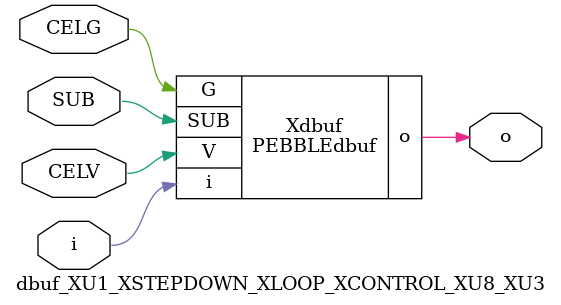
<source format=v>



module PEBBLEdbuf ( o, G, SUB, V, i );

  input V;
  input i;
  input G;
  output o;
  input SUB;
endmodule

//Celera Confidential Do Not Copy dbuf_XU1_XSTEPDOWN_XLOOP_XCONTROL_XU8_XU3
//Celera Confidential Symbol Generator
//Digital Buffer
module dbuf_XU1_XSTEPDOWN_XLOOP_XCONTROL_XU8_XU3 (CELV,CELG,i,o,SUB);
input CELV;
input CELG;
input i;
input SUB;
output o;

//Celera Confidential Do Not Copy dbuf
PEBBLEdbuf Xdbuf(
.V (CELV),
.i (i),
.o (o),
.SUB (SUB),
.G (CELG)
);
//,diesize,PEBBLEdbuf

//Celera Confidential Do Not Copy Module End
//Celera Schematic Generator
endmodule

</source>
